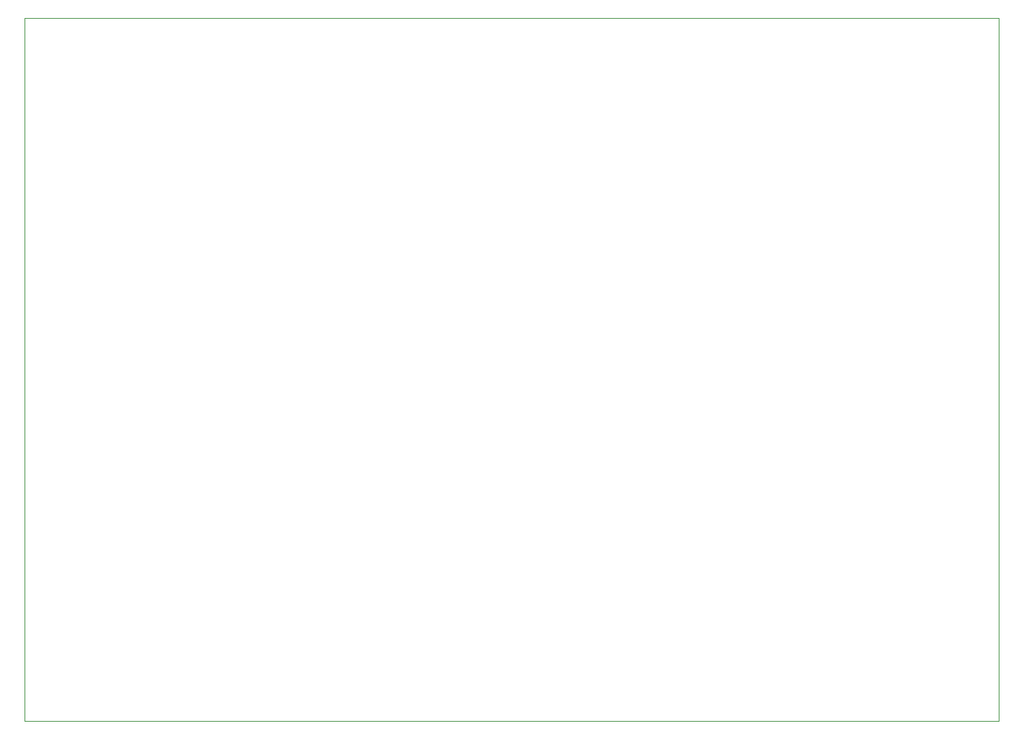
<source format=gm1>
G04 #@! TF.GenerationSoftware,KiCad,Pcbnew,6.0.10-86aedd382b~118~ubuntu18.04.1*
G04 #@! TF.CreationDate,2024-12-31T19:53:44-07:00*
G04 #@! TF.ProjectId,ckt-iiab-test,636b742d-6969-4616-922d-746573742e6b,rev?*
G04 #@! TF.SameCoordinates,Original*
G04 #@! TF.FileFunction,Profile,NP*
%FSLAX46Y46*%
G04 Gerber Fmt 4.6, Leading zero omitted, Abs format (unit mm)*
G04 Created by KiCad (PCBNEW 6.0.10-86aedd382b~118~ubuntu18.04.1) date 2024-12-31 19:53:44*
%MOMM*%
%LPD*%
G01*
G04 APERTURE LIST*
G04 #@! TA.AperFunction,Profile*
%ADD10C,0.100000*%
G04 #@! TD*
G04 APERTURE END LIST*
D10*
X74930000Y-146050000D02*
X189230000Y-146050000D01*
X189230000Y-146050000D02*
X189230000Y-63500000D01*
X189230000Y-63500000D02*
X74930000Y-63500000D01*
X74930000Y-63500000D02*
X74930000Y-146050000D01*
M02*

</source>
